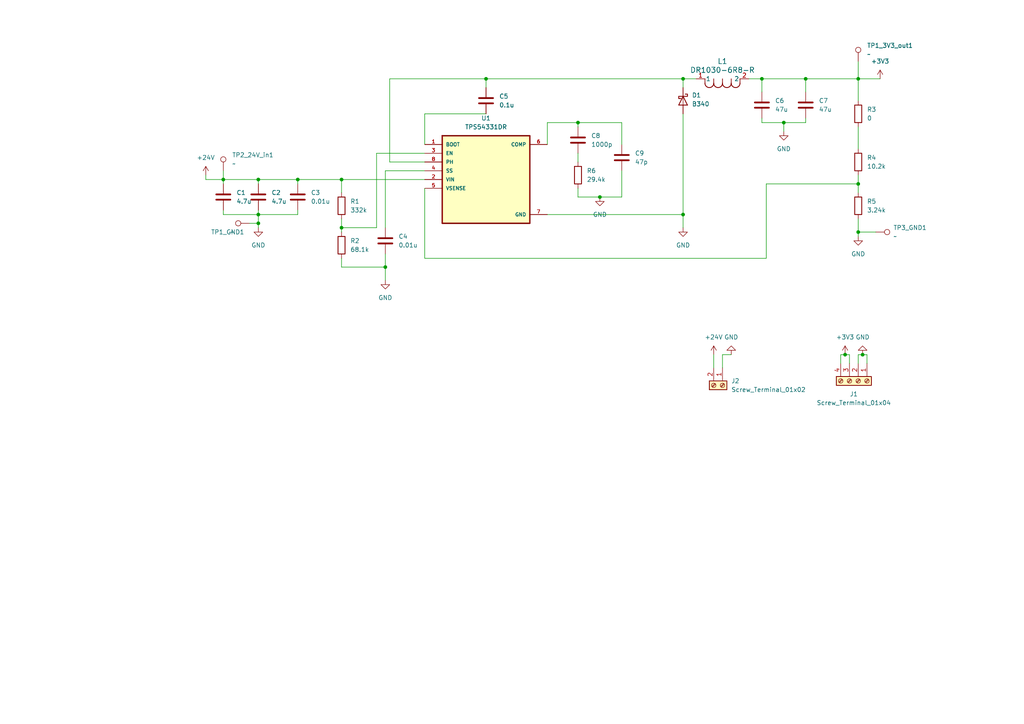
<source format=kicad_sch>
(kicad_sch (version 20230121) (generator eeschema)
  (paper "A4")
  (lib_symbols
    (symbol "2024-09-26_14-34-44:DR1030-6R8-R" (pin_names (offset 0.254))
      (property "Reference" "L" (at 6.985 5.08 0))
      (property "Value" "DR1030-6R8-R" (at 6.985 -2.54 0))
      (symbol "DR1030-6R8-R_1_1"
        (polyline (pts (xy 2.54 0) (xy 2.54 1.27)) (stroke (width 0.2032)))
        (polyline (pts (xy 5.08 0) (xy 5.08 1.27)) (stroke (width 0.2032)))
        (polyline (pts (xy 7.62 0) (xy 7.62 1.27)) (stroke (width 0.2032)))
        (polyline (pts (xy 10.16 0) (xy 10.16 1.27)) (stroke (width 0.2032)))
        (polyline (pts (xy 12.7 0) (xy 12.7 1.27)) (stroke (width 0.2032)))
        (arc (start 5.08 1.27) (mid 3.81 2.5345) (end 2.54 1.27) (stroke (width 0.254)))
        (arc (start 7.62 1.27) (mid 6.35 2.5345) (end 5.08 1.27) (stroke (width 0.254)))
        (arc (start 10.16 1.27) (mid 8.89 2.5345) (end 7.62 1.27) (stroke (width 0.254)))
        (arc (start 12.7 1.27) (mid 11.43 2.5345) (end 10.16 1.27) (stroke (width 0.254)))
        (pin unspecified line (at 15.24 0 180) (length 2.54) (name "1") (number "1"))
        (pin unspecified line (at 0 0 0) (length 2.54) (name "2") (number "2"))
      )
      (symbol "DR1030-6R8-R_1_2"
        (arc (start -1.27 5.08) (mid -2.5345 3.81) (end -1.27 2.54) (stroke (width 0.254)))
        (arc (start -1.27 7.62) (mid -2.5345 6.35) (end -1.27 5.08) (stroke (width 0.254)))
        (arc (start -1.27 10.16) (mid -2.5345 8.89) (end -1.27 7.62) (stroke (width 0.254)))
        (arc (start -1.27 12.7) (mid -2.5345 11.43) (end -1.27 10.16) (stroke (width 0.254)))
        (polyline (pts (xy 0 2.54) (xy -1.27 2.54)) (stroke (width 0.2032)))
        (polyline (pts (xy 0 5.08) (xy -1.27 5.08)) (stroke (width 0.2032)))
        (polyline (pts (xy 0 7.62) (xy -1.27 7.62)) (stroke (width 0.2032)))
        (polyline (pts (xy 0 10.16) (xy -1.27 10.16)) (stroke (width 0.2032)))
        (polyline (pts (xy 0 12.7) (xy -1.27 12.7)) (stroke (width 0.2032)))
        (pin unspecified line (at 0 15.24 270) (length 2.54) (name "1") (number "1"))
        (pin unspecified line (at 0 0 90) (length 2.54) (name "2") (number "2"))
      )
    )
    (symbol "Connector:Screw_Terminal_01x02" (pin_names (offset 1.016) hide)
      (property "Reference" "J" (at 0 2.54 0))
      (property "Value" "Screw_Terminal_01x02" (at 0 -5.08 0))
      (symbol "Screw_Terminal_01x02_1_1"
        (rectangle (start -1.27 1.27) (end 1.27 -3.81) (stroke (width 0.254)) (fill (type background)))
        (circle (center 0 -2.54) (radius 0.635) (stroke (width 0.1524)))
        (polyline (pts (xy -0.5334 -2.2098) (xy 0.3302 -3.048)) (stroke (width 0.1524)))
        (polyline (pts (xy -0.5334 0.3302) (xy 0.3302 -0.508)) (stroke (width 0.1524)))
        (polyline (pts (xy -0.3556 -2.032) (xy 0.508 -2.8702)) (stroke (width 0.1524)))
        (polyline (pts (xy -0.3556 0.508) (xy 0.508 -0.3302)) (stroke (width 0.1524)))
        (circle (center 0 0) (radius 0.635) (stroke (width 0.1524)))
        (pin passive line (at -5.08 0 0) (length 3.81) (name "Pin_1") (number "1"))
        (pin passive line (at -5.08 -2.54 0) (length 3.81) (name "Pin_2") (number "2"))
      )
    )
    (symbol "Connector:Screw_Terminal_01x04" (pin_names (offset 1.016) hide)
      (property "Reference" "J" (at 0 5.08 0))
      (property "Value" "Screw_Terminal_01x04" (at 0 -7.62 0))
      (symbol "Screw_Terminal_01x04_1_1"
        (rectangle (start -1.27 3.81) (end 1.27 -6.35) (stroke (width 0.254)) (fill (type background)))
        (circle (center 0 -5.08) (radius 0.635) (stroke (width 0.1524)))
        (circle (center 0 -2.54) (radius 0.635) (stroke (width 0.1524)))
        (polyline (pts (xy -0.5334 -4.7498) (xy 0.3302 -5.588)) (stroke (width 0.1524)))
        (polyline (pts (xy -0.5334 -2.2098) (xy 0.3302 -3.048)) (stroke (width 0.1524)))
        (polyline (pts (xy -0.5334 0.3302) (xy 0.3302 -0.508)) (stroke (width 0.1524)))
        (polyline (pts (xy -0.5334 2.8702) (xy 0.3302 2.032)) (stroke (width 0.1524)))
        (polyline (pts (xy -0.3556 -4.572) (xy 0.508 -5.4102)) (stroke (width 0.1524)))
        (polyline (pts (xy -0.3556 -2.032) (xy 0.508 -2.8702)) (stroke (width 0.1524)))
        (polyline (pts (xy -0.3556 0.508) (xy 0.508 -0.3302)) (stroke (width 0.1524)))
        (polyline (pts (xy -0.3556 3.048) (xy 0.508 2.2098)) (stroke (width 0.1524)))
        (circle (center 0 0) (radius 0.635) (stroke (width 0.1524)))
        (circle (center 0 2.54) (radius 0.635) (stroke (width 0.1524)))
        (pin passive line (at -5.08 2.54 0) (length 3.81) (name "Pin_1") (number "1"))
        (pin passive line (at -5.08 0 0) (length 3.81) (name "Pin_2") (number "2"))
        (pin passive line (at -5.08 -2.54 0) (length 3.81) (name "Pin_3") (number "3"))
        (pin passive line (at -5.08 -5.08 0) (length 3.81) (name "Pin_4") (number "4"))
      )
    )
    (symbol "Connector:TestPoint" (pin_numbers hide) (pin_names (offset 0.762) hide)
      (property "Reference" "TP" (at 0 6.858 0))
      (property "Value" "TestPoint" (at 0 5.08 0))
      (symbol "TestPoint_0_1"
        (circle (center 0 3.302) (radius 0.762))
      )
      (symbol "TestPoint_1_1"
        (pin passive line (at 0 0 90) (length 2.54) (name "1") (number "1"))
      )
    )
    (symbol "Device:C" (pin_numbers hide) (pin_names (offset 0.254))
      (property "Reference" "C" (at 0.635 2.54 0))
      (property "Value" "C" (at 0.635 -2.54 0))
      (symbol "C_0_1"
        (polyline (pts (xy -2.032 -0.762) (xy 2.032 -0.762)) (stroke (width 0.508)))
        (polyline (pts (xy -2.032 0.762) (xy 2.032 0.762)) (stroke (width 0.508)))
      )
      (symbol "C_1_1"
        (pin passive line (at 0 3.81 270) (length 2.794) (name "~") (number "1"))
        (pin passive line (at 0 -3.81 90) (length 2.794) (name "~") (number "2"))
      )
    )
    (symbol "Device:R" (pin_numbers hide) (pin_names (offset 0))
      (property "Reference" "R" (at 2.032 0 90))
      (property "Value" "R" (at 0 0 90))
      (symbol "R_0_1"
        (rectangle (start -1.016 -2.54) (end 1.016 2.54) (stroke (width 0.254)))
      )
      (symbol "R_1_1"
        (pin passive line (at 0 3.81 270) (length 1.27) (name "~") (number "1"))
        (pin passive line (at 0 -3.81 90) (length 1.27) (name "~") (number "2"))
      )
    )
    (symbol "Diode:B340" (pin_numbers hide) (pin_names (offset 1.016) hide)
      (property "Reference" "D" (at 0 2.54 0))
      (property "Value" "B340" (at 0 -2.54 0))
      (symbol "B340_0_1"
        (polyline (pts (xy 1.27 0) (xy -1.27 0)))
        (polyline (pts (xy 1.27 1.27) (xy 1.27 -1.27) (xy -1.27 0) (xy 1.27 1.27)) (stroke (width 0.254)))
        (polyline (pts (xy -1.905 0.635) (xy -1.905 1.27) (xy -1.27 1.27) (xy -1.27 -1.27) (xy -0.635 -1.27) (xy -0.635 -0.635)) (stroke (width 0.254)))
      )
      (symbol "B340_1_1"
        (pin passive line (at -3.81 0 0) (length 2.54) (name "K") (number "1"))
        (pin passive line (at 3.81 0 180) (length 2.54) (name "A") (number "2"))
      )
    )
    (symbol "TPS54331DR:TPS54331DR" (pin_names (offset 1.016))
      (property "Reference" "U" (at -12.7 13.7 0))
      (property "Value" "TPS54331DR" (at -12.7 -16.7 0))
      (symbol "TPS54331DR_0_0"
        (rectangle (start -12.7 -12.7) (end 12.7 12.7) (stroke (width 0.41)) (fill (type background)))
        (pin input line (at -17.78 10.16 0) (length 5.08) (name "BOOT") (number "1"))
        (pin input line (at -17.78 0 0) (length 5.08) (name "VIN") (number "2"))
        (pin input line (at -17.78 7.62 0) (length 5.08) (name "EN") (number "3"))
        (pin input line (at -17.78 2.54 0) (length 5.08) (name "SS") (number "4"))
        (pin input line (at -17.78 -2.54 0) (length 5.08) (name "VSENSE") (number "5"))
        (pin output line (at 17.78 10.16 180) (length 5.08) (name "COMP") (number "6"))
        (pin power_in line (at 17.78 -10.16 180) (length 5.08) (name "GND") (number "7"))
        (pin input line (at -17.78 5.08 0) (length 5.08) (name "PH") (number "8"))
      )
    )
    (symbol "power:+24V" (power) (pin_names (offset 0))
      (property "Value" "+24V" (at 0 3.556 0))
      (symbol "+24V_0_1"
        (polyline (pts (xy -0.762 1.27) (xy 0 2.54)))
        (polyline (pts (xy 0 0) (xy 0 2.54)))
        (polyline (pts (xy 0 2.54) (xy 0.762 1.27)))
      )
      (symbol "+24V_1_1"
        (pin power_in line (at 0 0 90) (length 0) hide (name "+24V") (number "1"))
      )
    )
    (symbol "power:+3V3" (power) (pin_names (offset 0))
      (property "Value" "+3V3" (at 0 3.556 0))
      (symbol "+3V3_0_1"
        (polyline (pts (xy -0.762 1.27) (xy 0 2.54)))
        (polyline (pts (xy 0 0) (xy 0 2.54)))
        (polyline (pts (xy 0 2.54) (xy 0.762 1.27)))
      )
      (symbol "+3V3_1_1"
        (pin power_in line (at 0 0 90) (length 0) hide (name "+3V3") (number "1"))
      )
    )
    (symbol "power:GND" (power) (pin_names (offset 0))
      (property "Value" "GND" (at 0 -3.81 0))
      (symbol "GND_0_1"
        (polyline (pts (xy 0 0) (xy 0 -1.27) (xy 1.27 -1.27) (xy 0 -2.54) (xy -1.27 -1.27) (xy 0 -1.27)))
      )
      (symbol "GND_1_1"
        (pin power_in line (at 0 0 270) (length 0) hide (name "GND") (number "1"))
      )
    )
  )
  (junction (at 245.11 102.87))
  (junction (at 111.76 77.47))
  (junction (at 64.77 52.07))
  (junction (at 198.12 22.86))
  (junction (at 220.98 22.86))
  (junction (at 99.06 66.04))
  (junction (at 74.93 62.23))
  (junction (at 86.36 52.07))
  (junction (at 227.33 35.56))
  (junction (at 198.12 62.23))
  (junction (at 167.64 35.56))
  (junction (at 248.92 67.31))
  (junction (at 74.93 52.07))
  (junction (at 74.93 64.77))
  (junction (at 233.68 22.86))
  (junction (at 140.97 22.86))
  (junction (at 248.92 22.86))
  (junction (at 173.99 57.15))
  (junction (at 250.19 102.87))
  (junction (at 99.06 52.07))
  (junction (at 248.92 53.34))
  (wire (pts (xy 86.36 62.23) (xy 86.36 60.96)))
  (wire (pts (xy 233.68 26.67) (xy 233.68 22.86)))
  (wire (pts (xy 64.77 52.07) (xy 74.93 52.07)))
  (wire (pts (xy 243.84 102.87) (xy 245.11 102.87)))
  (wire (pts (xy 217.17 22.86) (xy 220.98 22.86)))
  (wire (pts (xy 123.19 33.02) (xy 123.19 41.91)))
  (wire (pts (xy 123.19 74.93) (xy 222.25 74.93)))
  (wire (pts (xy 74.93 64.77) (xy 74.93 66.04)))
  (wire (pts (xy 140.97 22.86) (xy 140.97 25.4)))
  (wire (pts (xy 167.64 44.45) (xy 167.64 46.99)))
  (wire (pts (xy 74.93 52.07) (xy 74.93 53.34)))
  (wire (pts (xy 113.03 22.86) (xy 140.97 22.86)))
  (wire (pts (xy 180.34 57.15) (xy 173.99 57.15)))
  (wire (pts (xy 227.33 35.56) (xy 233.68 35.56)))
  (wire (pts (xy 86.36 52.07) (xy 86.36 53.34)))
  (wire (pts (xy 64.77 49.53) (xy 64.77 52.07)))
  (wire (pts (xy 167.64 35.56) (xy 180.34 35.56)))
  (wire (pts (xy 113.03 46.99) (xy 123.19 46.99)))
  (wire (pts (xy 99.06 63.5) (xy 99.06 66.04)))
  (wire (pts (xy 109.22 44.45) (xy 123.19 44.45)))
  (wire (pts (xy 248.92 22.86) (xy 255.27 22.86)))
  (wire (pts (xy 74.93 62.23) (xy 74.93 60.96)))
  (wire (pts (xy 209.55 102.87) (xy 209.55 106.68)))
  (wire (pts (xy 123.19 74.93) (xy 123.19 54.61)))
  (wire (pts (xy 248.92 105.41) (xy 248.92 102.87)))
  (wire (pts (xy 227.33 35.56) (xy 227.33 38.1)))
  (wire (pts (xy 111.76 49.53) (xy 111.76 66.04)))
  (wire (pts (xy 74.93 52.07) (xy 86.36 52.07)))
  (wire (pts (xy 248.92 53.34) (xy 248.92 55.88)))
  (wire (pts (xy 180.34 49.53) (xy 180.34 57.15)))
  (wire (pts (xy 246.38 105.41) (xy 246.38 102.87)))
  (wire (pts (xy 248.92 50.8) (xy 248.92 53.34)))
  (wire (pts (xy 111.76 73.66) (xy 111.76 77.47)))
  (wire (pts (xy 212.09 102.87) (xy 209.55 102.87)))
  (wire (pts (xy 248.92 67.31) (xy 254 67.31)))
  (wire (pts (xy 158.75 41.91) (xy 158.75 35.56)))
  (wire (pts (xy 248.92 67.31) (xy 248.92 68.58)))
  (wire (pts (xy 248.92 22.86) (xy 248.92 29.21)))
  (wire (pts (xy 220.98 26.67) (xy 220.98 22.86)))
  (wire (pts (xy 74.93 62.23) (xy 86.36 62.23)))
  (wire (pts (xy 233.68 22.86) (xy 220.98 22.86)))
  (wire (pts (xy 111.76 77.47) (xy 111.76 81.28)))
  (wire (pts (xy 86.36 52.07) (xy 99.06 52.07)))
  (wire (pts (xy 233.68 34.29) (xy 233.68 35.56)))
  (wire (pts (xy 248.92 36.83) (xy 248.92 43.18)))
  (wire (pts (xy 59.69 52.07) (xy 59.69 50.8)))
  (wire (pts (xy 64.77 52.07) (xy 64.77 53.34)))
  (wire (pts (xy 233.68 22.86) (xy 248.92 22.86)))
  (wire (pts (xy 140.97 33.02) (xy 123.19 33.02)))
  (wire (pts (xy 111.76 49.53) (xy 123.19 49.53)))
  (wire (pts (xy 167.64 36.83) (xy 167.64 35.56)))
  (wire (pts (xy 64.77 62.23) (xy 64.77 60.96)))
  (wire (pts (xy 222.25 53.34) (xy 248.92 53.34)))
  (wire (pts (xy 99.06 74.93) (xy 99.06 77.47)))
  (wire (pts (xy 198.12 33.02) (xy 198.12 62.23)))
  (wire (pts (xy 245.11 102.87) (xy 246.38 102.87)))
  (wire (pts (xy 198.12 62.23) (xy 198.12 66.04)))
  (wire (pts (xy 72.39 64.77) (xy 74.93 64.77)))
  (wire (pts (xy 64.77 62.23) (xy 74.93 62.23)))
  (wire (pts (xy 99.06 52.07) (xy 123.19 52.07)))
  (wire (pts (xy 180.34 35.56) (xy 180.34 41.91)))
  (wire (pts (xy 201.93 22.86) (xy 198.12 22.86)))
  (wire (pts (xy 158.75 35.56) (xy 167.64 35.56)))
  (wire (pts (xy 222.25 74.93) (xy 222.25 53.34)))
  (wire (pts (xy 248.92 102.87) (xy 250.19 102.87)))
  (wire (pts (xy 140.97 22.86) (xy 198.12 22.86)))
  (wire (pts (xy 248.92 63.5) (xy 248.92 67.31)))
  (wire (pts (xy 243.84 102.87) (xy 243.84 105.41)))
  (wire (pts (xy 251.46 102.87) (xy 251.46 105.41)))
  (wire (pts (xy 99.06 52.07) (xy 99.06 55.88)))
  (wire (pts (xy 109.22 66.04) (xy 99.06 66.04)))
  (wire (pts (xy 59.69 52.07) (xy 64.77 52.07)))
  (wire (pts (xy 167.64 57.15) (xy 167.64 54.61)))
  (wire (pts (xy 207.01 102.87) (xy 207.01 106.68)))
  (wire (pts (xy 158.75 62.23) (xy 198.12 62.23)))
  (wire (pts (xy 248.92 17.78) (xy 248.92 22.86)))
  (wire (pts (xy 173.99 57.15) (xy 167.64 57.15)))
  (wire (pts (xy 220.98 34.29) (xy 220.98 35.56)))
  (wire (pts (xy 109.22 44.45) (xy 109.22 66.04)))
  (wire (pts (xy 113.03 46.99) (xy 113.03 22.86)))
  (wire (pts (xy 220.98 35.56) (xy 227.33 35.56)))
  (wire (pts (xy 250.19 102.87) (xy 251.46 102.87)))
  (wire (pts (xy 198.12 25.4) (xy 198.12 22.86)))
  (wire (pts (xy 111.76 77.47) (xy 99.06 77.47)))
  (wire (pts (xy 74.93 62.23) (xy 74.93 64.77)))
  (wire (pts (xy 99.06 66.04) (xy 99.06 67.31)))
  (symbol (lib_id "Device:R") (at 99.06 59.69 0) (unit 1)
    (property "Reference" "R1" (at 101.6 58.42 0) (effects (justify left)))
    (property "Value" "332k" (at 101.6 60.96 0) (effects (justify left)))
    (property "Footprint" "Resistor_SMD:R_0805_2012Metric_Pad1.20x1.40mm_HandSolder" (effects hide))
  )
  (symbol (lib_id "power:+24V") (at 59.69 50.8 0) (unit 1)
    (property "Reference" "#PWR01" (effects hide))
    (property "Value" "+24V" (at 59.69 45.72 0))
  )
  (symbol (lib_id "TPS54331DR:TPS54331DR") (at 140.97 52.07 0) (unit 1)
    (property "Reference" "U1" (at 140.97 34.29 0))
    (property "Value" "TPS54331DR" (at 140.97 36.83 0))
    (property "Footprint" "TPS54331DR:SOIC127P599X175-8N" (effects hide))
    (property "MF" "Texas Instruments" (effects hide))
    (property "Description" "\n3.5V to 28V Input, 3A, 570kHz Step-Down Converter with Eco-mode\n" (effects hide))
    (property "Package" "SOIC-8 Texas Instruments" (effects hide))
    (property "Price" "None" (effects hide))
    (property "SnapEDA_Link" "https://www.snapeda.com/parts/TPS54331DR/Texas+Instruments/view-part/?ref=snap" (effects hide))
    (property "MP" "TPS54331DR" (effects hide))
    (property "Purchase-URL" "https://www.snapeda.com/api/url_track_click_mouser/?unipart_id=490779&manufacturer=Texas Instruments&part_name=TPS54331DR&search_term=None" (effects hide))
    (property "Availability" "In Stock" (effects hide))
    (property "Check_prices" "https://www.snapeda.com/parts/TPS54331DR/Texas+Instruments/view-part/?ref=eda" (effects hide))
  )
  (symbol (lib_id "Device:C") (at 167.64 40.64 0) (unit 1)
    (property "Reference" "C8" (at 171.45 39.37 0) (effects (justify left)))
    (property "Value" "1000p" (at 171.45 41.91 0) (effects (justify left)))
    (property "Footprint" "Capacitor_SMD:C_0805_2012Metric_Pad1.18x1.45mm_HandSolder" (effects hide))
  )
  (symbol (lib_id "power:GND") (at 248.92 68.58 0) (unit 1)
    (property "Reference" "#PWR06" (effects hide))
    (property "Value" "GND" (at 248.92 73.66 0))
  )
  (symbol (lib_id "Connector:TestPoint") (at 64.77 49.53 0) (unit 1)
    (property "Reference" "TP2_24V_in1" (at 67.31 44.958 0) (effects (justify left)))
    (property "Value" "~" (at 67.31 47.498 0) (effects (justify left)))
    (property "Footprint" "TestPoint:TestPoint_Loop_D2.50mm_Drill1.85mm" (effects hide))
  )
  (symbol (lib_id "Connector:Screw_Terminal_01x04") (at 248.92 110.49 270) (unit 1)
    (property "Reference" "J1" (at 247.65 114.3 90))
    (property "Value" "Screw_Terminal_01x04" (at 247.65 116.84 90))
    (property "Footprint" "TerminalBlock_Phoenix:TerminalBlock_Phoenix_MPT-0,5-4-2.54_1x04_P2.54mm_Horizontal" (effects hide))
  )
  (symbol (lib_id "Device:C") (at 64.77 57.15 0) (unit 1)
    (property "Reference" "C1" (at 68.58 55.88 0) (effects (justify left)))
    (property "Value" "4.7u" (at 68.58 58.42 0) (effects (justify left)))
    (property "Footprint" "Capacitor_SMD:C_0805_2012Metric_Pad1.18x1.45mm_HandSolder" (effects hide))
  )
  (symbol (lib_id "power:GND") (at 212.09 102.87 180) (unit 1)
    (property "Reference" "#PWR010" (effects hide))
    (property "Value" "GND" (at 212.09 97.79 0))
  )
  (symbol (lib_id "power:+24V") (at 207.01 102.87 0) (unit 1)
    (property "Reference" "#PWR09" (effects hide))
    (property "Value" "+24V" (at 207.01 97.79 0))
  )
  (symbol (lib_id "Device:C") (at 86.36 57.15 0) (unit 1)
    (property "Reference" "C3" (at 90.17 55.88 0) (effects (justify left)))
    (property "Value" "0.01u" (at 90.17 58.42 0) (effects (justify left)))
    (property "Footprint" "Capacitor_SMD:C_0805_2012Metric_Pad1.18x1.45mm_HandSolder" (effects hide))
  )
  (symbol (lib_id "Device:C") (at 220.98 30.48 0) (unit 1)
    (property "Reference" "C6" (at 224.79 29.21 0) (effects (justify left)))
    (property "Value" "47u" (at 224.79 31.75 0) (effects (justify left)))
    (property "Footprint" "Capacitor_SMD:C_0805_2012Metric_Pad1.18x1.45mm_HandSolder" (effects hide))
  )
  (symbol (lib_id "power:GND") (at 250.19 102.87 180) (unit 1)
    (property "Reference" "#PWR011" (effects hide))
    (property "Value" "GND" (at 250.19 97.79 0))
  )
  (symbol (lib_id "Device:C") (at 180.34 45.72 0) (unit 1)
    (property "Reference" "C9" (at 184.15 44.45 0) (effects (justify left)))
    (property "Value" "47p" (at 184.15 46.99 0) (effects (justify left)))
    (property "Footprint" "Capacitor_SMD:C_0805_2012Metric_Pad1.18x1.45mm_HandSolder" (effects hide))
  )
  (symbol (lib_id "Connector:TestPoint") (at 72.39 64.77 90) (unit 1)
    (property "Reference" "TP1_GND1" (at 66.04 67.31 90))
    (property "Value" "~" (at 67.31 67.31 90))
    (property "Footprint" "TestPoint:TestPoint_Loop_D2.50mm_Drill1.85mm" (effects hide))
  )
  (symbol (lib_id "Device:R") (at 248.92 46.99 0) (unit 1)
    (property "Reference" "R4" (at 251.46 45.72 0) (effects (justify left)))
    (property "Value" "10.2k" (at 251.46 48.26 0) (effects (justify left)))
    (property "Footprint" "Resistor_SMD:R_0805_2012Metric_Pad1.20x1.40mm_HandSolder" (effects hide))
  )
  (symbol (lib_id "2024-09-26_14-34-44:DR1030-6R8-R") (at 217.17 22.86 180) (unit 1)
    (property "Reference" "L1" (at 209.55 17.78 0) (effects (font (size 1.524 1.524))))
    (property "Value" "DR1030-6R8-R" (at 209.55 20.32 0) (effects (font (size 1.524 1.524))))
    (property "Footprint" "footprintsr:DR1030" (effects hide))
    (property "Datasheet" "DR1030-6R8-R" (effects hide))
  )
  (symbol (lib_id "Device:C") (at 140.97 29.21 0) (unit 1)
    (property "Reference" "C5" (at 144.78 27.94 0) (effects (justify left)))
    (property "Value" "0.1u" (at 144.78 30.48 0) (effects (justify left)))
    (property "Footprint" "Capacitor_SMD:C_0805_2012Metric_Pad1.18x1.45mm_HandSolder" (effects hide))
  )
  (symbol (lib_id "Connector:TestPoint") (at 254 67.31 270) (unit 1)
    (property "Reference" "TP3_GND1" (at 259.08 66.04 90) (effects (justify left)))
    (property "Value" "~" (at 259.08 68.58 90) (effects (justify left)))
    (property "Footprint" "TestPoint:TestPoint_Loop_D2.50mm_Drill1.85mm" (effects hide))
  )
  (symbol (lib_id "Device:R") (at 248.92 33.02 0) (unit 1)
    (property "Reference" "R3" (at 251.46 31.75 0) (effects (justify left)))
    (property "Value" "0" (at 251.46 34.29 0) (effects (justify left)))
    (property "Footprint" "Resistor_SMD:R_0805_2012Metric_Pad1.20x1.40mm_HandSolder" (effects hide))
  )
  (symbol (lib_id "power:GND") (at 74.93 66.04 0) (unit 1)
    (property "Reference" "#PWR02" (effects hide))
    (property "Value" "GND" (at 74.93 71.12 0))
  )
  (symbol (lib_id "Device:C") (at 74.93 57.15 0) (unit 1)
    (property "Reference" "C2" (at 78.74 55.88 0) (effects (justify left)))
    (property "Value" "4.7u" (at 78.74 58.42 0) (effects (justify left)))
    (property "Footprint" "Capacitor_SMD:C_0805_2012Metric_Pad1.18x1.45mm_HandSolder" (effects hide))
  )
  (symbol (lib_id "Device:C") (at 111.76 69.85 0) (unit 1)
    (property "Reference" "C4" (at 115.57 68.58 0) (effects (justify left)))
    (property "Value" "0.01u" (at 115.57 71.12 0) (effects (justify left)))
    (property "Footprint" "Capacitor_SMD:C_0805_2012Metric_Pad1.18x1.45mm_HandSolder" (effects hide))
  )
  (symbol (lib_id "Device:C") (at 233.68 30.48 0) (unit 1)
    (property "Reference" "C7" (at 237.49 29.21 0) (effects (justify left)))
    (property "Value" "47u" (at 237.49 31.75 0) (effects (justify left)))
    (property "Footprint" "Capacitor_SMD:C_0805_2012Metric_Pad1.18x1.45mm_HandSolder" (effects hide))
  )
  (symbol (lib_id "power:GND") (at 173.99 57.15 0) (unit 1)
    (property "Reference" "#PWR08" (effects hide))
    (property "Value" "GND" (at 173.99 62.23 0))
  )
  (symbol (lib_id "Connector:Screw_Terminal_01x02") (at 209.55 111.76 270) (unit 1)
    (property "Reference" "J2" (at 212.09 110.49 90) (effects (justify left)))
    (property "Value" "Screw_Terminal_01x02" (at 212.09 113.03 90) (effects (justify left)))
    (property "Footprint" "TerminalBlock_Phoenix:TerminalBlock_Phoenix_MPT-0,5-2-2.54_1x02_P2.54mm_Horizontal" (effects hide))
  )
  (symbol (lib_id "power:+3V3") (at 255.27 22.86 0) (unit 1)
    (property "Reference" "#PWR07" (effects hide))
    (property "Value" "+3V3" (at 255.27 17.78 0))
  )
  (symbol (lib_id "power:+3V3") (at 245.11 102.87 0) (unit 1)
    (property "Reference" "#PWR012" (effects hide))
    (property "Value" "+3V3" (at 245.11 97.79 0))
  )
  (symbol (lib_id "Device:R") (at 99.06 71.12 0) (unit 1)
    (property "Reference" "R2" (at 101.6 69.85 0) (effects (justify left)))
    (property "Value" "68.1k" (at 101.6 72.39 0) (effects (justify left)))
    (property "Footprint" "Resistor_SMD:R_0805_2012Metric_Pad1.20x1.40mm_HandSolder" (effects hide))
  )
  (symbol (lib_id "Diode:B340") (at 198.12 29.21 270) (unit 1)
    (property "Reference" "D1" (at 200.66 27.6225 90) (effects (justify left)))
    (property "Value" "B340" (at 200.66 30.1625 90) (effects (justify left)))
    (property "Footprint" "Diode_SMD:D_SMC" (effects hide))
    (property "Datasheet" "http://www.jameco.com/Jameco/Products/ProdDS/1538777.pdf" (effects hide))
  )
  (symbol (lib_id "power:GND") (at 227.33 38.1 0) (unit 1)
    (property "Reference" "#PWR04" (effects hide))
    (property "Value" "GND" (at 227.33 43.18 0))
  )
  (symbol (lib_id "Connector:TestPoint") (at 248.92 17.78 0) (unit 1)
    (property "Reference" "TP1_3V3_out1" (at 251.46 13.208 0) (effects (justify left)))
    (property "Value" "~" (at 251.46 15.748 0) (effects (justify left)))
    (property "Footprint" "TestPoint:TestPoint_Loop_D2.50mm_Drill1.85mm" (effects hide))
  )
  (symbol (lib_id "power:GND") (at 111.76 81.28 0) (unit 1)
    (property "Reference" "#PWR03" (effects hide))
    (property "Value" "GND" (at 111.76 86.36 0))
  )
  (symbol (lib_id "Device:R") (at 248.92 59.69 0) (unit 1)
    (property "Reference" "R5" (at 251.46 58.42 0) (effects (justify left)))
    (property "Value" "3.24k" (at 251.46 60.96 0) (effects (justify left)))
    (property "Footprint" "Resistor_SMD:R_0805_2012Metric_Pad1.20x1.40mm_HandSolder" (effects hide))
  )
  (symbol (lib_id "Device:R") (at 167.64 50.8 0) (unit 1)
    (property "Reference" "R6" (at 170.18 49.53 0) (effects (justify left)))
    (property "Value" "29.4k" (at 170.18 52.07 0) (effects (justify left)))
    (property "Footprint" "Resistor_SMD:R_0805_2012Metric_Pad1.20x1.40mm_HandSolder" (effects hide))
  )
  (symbol (lib_id "power:GND") (at 198.12 66.04 0) (unit 1)
    (property "Reference" "#PWR05" (effects hide))
    (property "Value" "GND" (at 198.12 71.12 0))
  )
)
</source>
